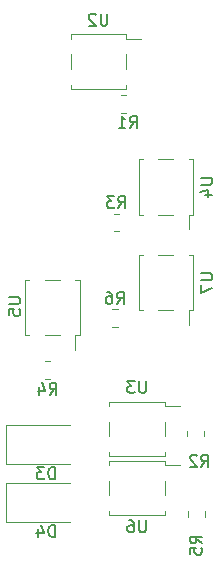
<source format=gbr>
%TF.GenerationSoftware,KiCad,Pcbnew,6.0.5*%
%TF.CreationDate,2022-05-23T21:48:15-04:00*%
%TF.ProjectId,BMS,424d532e-6b69-4636-9164-5f7063625858,rev?*%
%TF.SameCoordinates,Original*%
%TF.FileFunction,Legend,Bot*%
%TF.FilePolarity,Positive*%
%FSLAX46Y46*%
G04 Gerber Fmt 4.6, Leading zero omitted, Abs format (unit mm)*
G04 Created by KiCad (PCBNEW 6.0.5) date 2022-05-23 21:48:15*
%MOMM*%
%LPD*%
G01*
G04 APERTURE LIST*
%ADD10C,0.150000*%
%ADD11C,0.120000*%
G04 APERTURE END LIST*
D10*
%TO.C,U5*%
X3002380Y-31538095D02*
X3811904Y-31538095D01*
X3907142Y-31585714D01*
X3954761Y-31633333D01*
X4002380Y-31728571D01*
X4002380Y-31919047D01*
X3954761Y-32014285D01*
X3907142Y-32061904D01*
X3811904Y-32109523D01*
X3002380Y-32109523D01*
X3002380Y-33061904D02*
X3002380Y-32585714D01*
X3478571Y-32538095D01*
X3430952Y-32585714D01*
X3383333Y-32680952D01*
X3383333Y-32919047D01*
X3430952Y-33014285D01*
X3478571Y-33061904D01*
X3573809Y-33109523D01*
X3811904Y-33109523D01*
X3907142Y-33061904D01*
X3954761Y-33014285D01*
X4002380Y-32919047D01*
X4002380Y-32680952D01*
X3954761Y-32585714D01*
X3907142Y-32538095D01*
%TO.C,D4*%
X6908095Y-51852380D02*
X6908095Y-50852380D01*
X6670000Y-50852380D01*
X6527142Y-50900000D01*
X6431904Y-50995238D01*
X6384285Y-51090476D01*
X6336666Y-51280952D01*
X6336666Y-51423809D01*
X6384285Y-51614285D01*
X6431904Y-51709523D01*
X6527142Y-51804761D01*
X6670000Y-51852380D01*
X6908095Y-51852380D01*
X5479523Y-51185714D02*
X5479523Y-51852380D01*
X5717619Y-50804761D02*
X5955714Y-51519047D01*
X5336666Y-51519047D01*
%TO.C,D3*%
X6908095Y-46952380D02*
X6908095Y-45952380D01*
X6670000Y-45952380D01*
X6527142Y-46000000D01*
X6431904Y-46095238D01*
X6384285Y-46190476D01*
X6336666Y-46380952D01*
X6336666Y-46523809D01*
X6384285Y-46714285D01*
X6431904Y-46809523D01*
X6527142Y-46904761D01*
X6670000Y-46952380D01*
X6908095Y-46952380D01*
X6003333Y-45952380D02*
X5384285Y-45952380D01*
X5717619Y-46333333D01*
X5574761Y-46333333D01*
X5479523Y-46380952D01*
X5431904Y-46428571D01*
X5384285Y-46523809D01*
X5384285Y-46761904D01*
X5431904Y-46857142D01*
X5479523Y-46904761D01*
X5574761Y-46952380D01*
X5860476Y-46952380D01*
X5955714Y-46904761D01*
X6003333Y-46857142D01*
%TO.C,U2*%
X11361904Y-7552380D02*
X11361904Y-8361904D01*
X11314285Y-8457142D01*
X11266666Y-8504761D01*
X11171428Y-8552380D01*
X10980952Y-8552380D01*
X10885714Y-8504761D01*
X10838095Y-8457142D01*
X10790476Y-8361904D01*
X10790476Y-7552380D01*
X10361904Y-7647619D02*
X10314285Y-7600000D01*
X10219047Y-7552380D01*
X9980952Y-7552380D01*
X9885714Y-7600000D01*
X9838095Y-7647619D01*
X9790476Y-7742857D01*
X9790476Y-7838095D01*
X9838095Y-7980952D01*
X10409523Y-8552380D01*
X9790476Y-8552380D01*
%TO.C,R6*%
X12166666Y-32102380D02*
X12500000Y-31626190D01*
X12738095Y-32102380D02*
X12738095Y-31102380D01*
X12357142Y-31102380D01*
X12261904Y-31150000D01*
X12214285Y-31197619D01*
X12166666Y-31292857D01*
X12166666Y-31435714D01*
X12214285Y-31530952D01*
X12261904Y-31578571D01*
X12357142Y-31626190D01*
X12738095Y-31626190D01*
X11309523Y-31102380D02*
X11500000Y-31102380D01*
X11595238Y-31150000D01*
X11642857Y-31197619D01*
X11738095Y-31340476D01*
X11785714Y-31530952D01*
X11785714Y-31911904D01*
X11738095Y-32007142D01*
X11690476Y-32054761D01*
X11595238Y-32102380D01*
X11404761Y-32102380D01*
X11309523Y-32054761D01*
X11261904Y-32007142D01*
X11214285Y-31911904D01*
X11214285Y-31673809D01*
X11261904Y-31578571D01*
X11309523Y-31530952D01*
X11404761Y-31483333D01*
X11595238Y-31483333D01*
X11690476Y-31530952D01*
X11738095Y-31578571D01*
X11785714Y-31673809D01*
%TO.C,U3*%
X14631904Y-38652380D02*
X14631904Y-39461904D01*
X14584285Y-39557142D01*
X14536666Y-39604761D01*
X14441428Y-39652380D01*
X14250952Y-39652380D01*
X14155714Y-39604761D01*
X14108095Y-39557142D01*
X14060476Y-39461904D01*
X14060476Y-38652380D01*
X13679523Y-38652380D02*
X13060476Y-38652380D01*
X13393809Y-39033333D01*
X13250952Y-39033333D01*
X13155714Y-39080952D01*
X13108095Y-39128571D01*
X13060476Y-39223809D01*
X13060476Y-39461904D01*
X13108095Y-39557142D01*
X13155714Y-39604761D01*
X13250952Y-39652380D01*
X13536666Y-39652380D01*
X13631904Y-39604761D01*
X13679523Y-39557142D01*
%TO.C,R5*%
X19352380Y-52383333D02*
X18876190Y-52050000D01*
X19352380Y-51811904D02*
X18352380Y-51811904D01*
X18352380Y-52192857D01*
X18400000Y-52288095D01*
X18447619Y-52335714D01*
X18542857Y-52383333D01*
X18685714Y-52383333D01*
X18780952Y-52335714D01*
X18828571Y-52288095D01*
X18876190Y-52192857D01*
X18876190Y-51811904D01*
X18352380Y-53288095D02*
X18352380Y-52811904D01*
X18828571Y-52764285D01*
X18780952Y-52811904D01*
X18733333Y-52907142D01*
X18733333Y-53145238D01*
X18780952Y-53240476D01*
X18828571Y-53288095D01*
X18923809Y-53335714D01*
X19161904Y-53335714D01*
X19257142Y-53288095D01*
X19304761Y-53240476D01*
X19352380Y-53145238D01*
X19352380Y-52907142D01*
X19304761Y-52811904D01*
X19257142Y-52764285D01*
%TO.C,R3*%
X12279166Y-24002380D02*
X12612500Y-23526190D01*
X12850595Y-24002380D02*
X12850595Y-23002380D01*
X12469642Y-23002380D01*
X12374404Y-23050000D01*
X12326785Y-23097619D01*
X12279166Y-23192857D01*
X12279166Y-23335714D01*
X12326785Y-23430952D01*
X12374404Y-23478571D01*
X12469642Y-23526190D01*
X12850595Y-23526190D01*
X11945833Y-23002380D02*
X11326785Y-23002380D01*
X11660119Y-23383333D01*
X11517261Y-23383333D01*
X11422023Y-23430952D01*
X11374404Y-23478571D01*
X11326785Y-23573809D01*
X11326785Y-23811904D01*
X11374404Y-23907142D01*
X11422023Y-23954761D01*
X11517261Y-24002380D01*
X11802976Y-24002380D01*
X11898214Y-23954761D01*
X11945833Y-23907142D01*
%TO.C,U4*%
X19252380Y-21438095D02*
X20061904Y-21438095D01*
X20157142Y-21485714D01*
X20204761Y-21533333D01*
X20252380Y-21628571D01*
X20252380Y-21819047D01*
X20204761Y-21914285D01*
X20157142Y-21961904D01*
X20061904Y-22009523D01*
X19252380Y-22009523D01*
X19585714Y-22914285D02*
X20252380Y-22914285D01*
X19204761Y-22676190D02*
X19919047Y-22438095D01*
X19919047Y-23057142D01*
%TO.C,U7*%
X19252380Y-29538095D02*
X20061904Y-29538095D01*
X20157142Y-29585714D01*
X20204761Y-29633333D01*
X20252380Y-29728571D01*
X20252380Y-29919047D01*
X20204761Y-30014285D01*
X20157142Y-30061904D01*
X20061904Y-30109523D01*
X19252380Y-30109523D01*
X19252380Y-30490476D02*
X19252380Y-31157142D01*
X20252380Y-30728571D01*
%TO.C,R4*%
X6466666Y-39802380D02*
X6800000Y-39326190D01*
X7038095Y-39802380D02*
X7038095Y-38802380D01*
X6657142Y-38802380D01*
X6561904Y-38850000D01*
X6514285Y-38897619D01*
X6466666Y-38992857D01*
X6466666Y-39135714D01*
X6514285Y-39230952D01*
X6561904Y-39278571D01*
X6657142Y-39326190D01*
X7038095Y-39326190D01*
X5609523Y-39135714D02*
X5609523Y-39802380D01*
X5847619Y-38754761D02*
X6085714Y-39469047D01*
X5466666Y-39469047D01*
%TO.C,R1*%
X13266666Y-17202380D02*
X13600000Y-16726190D01*
X13838095Y-17202380D02*
X13838095Y-16202380D01*
X13457142Y-16202380D01*
X13361904Y-16250000D01*
X13314285Y-16297619D01*
X13266666Y-16392857D01*
X13266666Y-16535714D01*
X13314285Y-16630952D01*
X13361904Y-16678571D01*
X13457142Y-16726190D01*
X13838095Y-16726190D01*
X12314285Y-17202380D02*
X12885714Y-17202380D01*
X12600000Y-17202380D02*
X12600000Y-16202380D01*
X12695238Y-16345238D01*
X12790476Y-16440476D01*
X12885714Y-16488095D01*
%TO.C,R2*%
X19316666Y-45902380D02*
X19650000Y-45426190D01*
X19888095Y-45902380D02*
X19888095Y-44902380D01*
X19507142Y-44902380D01*
X19411904Y-44950000D01*
X19364285Y-44997619D01*
X19316666Y-45092857D01*
X19316666Y-45235714D01*
X19364285Y-45330952D01*
X19411904Y-45378571D01*
X19507142Y-45426190D01*
X19888095Y-45426190D01*
X18935714Y-44997619D02*
X18888095Y-44950000D01*
X18792857Y-44902380D01*
X18554761Y-44902380D01*
X18459523Y-44950000D01*
X18411904Y-44997619D01*
X18364285Y-45092857D01*
X18364285Y-45188095D01*
X18411904Y-45330952D01*
X18983333Y-45902380D01*
X18364285Y-45902380D01*
%TO.C,U6*%
X14631904Y-50452380D02*
X14631904Y-51261904D01*
X14584285Y-51357142D01*
X14536666Y-51404761D01*
X14441428Y-51452380D01*
X14250952Y-51452380D01*
X14155714Y-51404761D01*
X14108095Y-51357142D01*
X14060476Y-51261904D01*
X14060476Y-50452380D01*
X13155714Y-50452380D02*
X13346190Y-50452380D01*
X13441428Y-50500000D01*
X13489047Y-50547619D01*
X13584285Y-50690476D01*
X13631904Y-50880952D01*
X13631904Y-51261904D01*
X13584285Y-51357142D01*
X13536666Y-51404761D01*
X13441428Y-51452380D01*
X13250952Y-51452380D01*
X13155714Y-51404761D01*
X13108095Y-51357142D01*
X13060476Y-51261904D01*
X13060476Y-51023809D01*
X13108095Y-50928571D01*
X13155714Y-50880952D01*
X13250952Y-50833333D01*
X13441428Y-50833333D01*
X13536666Y-50880952D01*
X13584285Y-50928571D01*
X13631904Y-51023809D01*
D11*
%TO.C,U5*%
X9000000Y-34750000D02*
X9000000Y-30050000D01*
X8650000Y-34750000D02*
X8650000Y-36000000D01*
X6080000Y-34750000D02*
X7320000Y-34750000D01*
X4400000Y-30050000D02*
X4750000Y-30050000D01*
X6080000Y-30050000D02*
X7320000Y-30050000D01*
X4400000Y-34750000D02*
X4400000Y-30050000D01*
X9000000Y-30050000D02*
X8650000Y-30050000D01*
X4750000Y-34750000D02*
X4400000Y-34750000D01*
X8650000Y-34750000D02*
X9000000Y-34750000D01*
%TO.C,D4*%
X2770000Y-50550000D02*
X8170000Y-50550000D01*
X2770000Y-47250000D02*
X8170000Y-47250000D01*
X2770000Y-50550000D02*
X2770000Y-47250000D01*
%TO.C,D3*%
X2770000Y-45650000D02*
X8170000Y-45650000D01*
X2770000Y-42350000D02*
X8170000Y-42350000D01*
X2770000Y-45650000D02*
X2770000Y-42350000D01*
%TO.C,U2*%
X12950000Y-9650000D02*
X12950000Y-9300000D01*
X12950000Y-9300000D02*
X8250000Y-9300000D01*
X8250000Y-13900000D02*
X8250000Y-13550000D01*
X8250000Y-9300000D02*
X8250000Y-9650000D01*
X12950000Y-13900000D02*
X8250000Y-13900000D01*
X12950000Y-13550000D02*
X12950000Y-13900000D01*
X8250000Y-12220000D02*
X8250000Y-10980000D01*
X12950000Y-12220000D02*
X12950000Y-10980000D01*
X12950000Y-9650000D02*
X14200000Y-9650000D01*
%TO.C,R6*%
X12227064Y-34035000D02*
X11772936Y-34035000D01*
X12227064Y-32565000D02*
X11772936Y-32565000D01*
%TO.C,U3*%
X11520000Y-43320000D02*
X11520000Y-42080000D01*
X16220000Y-40400000D02*
X11520000Y-40400000D01*
X16220000Y-43320000D02*
X16220000Y-42080000D01*
X16220000Y-40750000D02*
X17470000Y-40750000D01*
X16220000Y-40750000D02*
X16220000Y-40400000D01*
X11520000Y-45000000D02*
X11520000Y-44650000D01*
X16220000Y-44650000D02*
X16220000Y-45000000D01*
X11520000Y-40400000D02*
X11520000Y-40750000D01*
X16220000Y-45000000D02*
X11520000Y-45000000D01*
%TO.C,R5*%
X19635000Y-49672936D02*
X19635000Y-50127064D01*
X18165000Y-49672936D02*
X18165000Y-50127064D01*
%TO.C,R3*%
X12339564Y-24465000D02*
X11885436Y-24465000D01*
X12339564Y-25935000D02*
X11885436Y-25935000D01*
%TO.C,U4*%
X14000000Y-19850000D02*
X14350000Y-19850000D01*
X18600000Y-19850000D02*
X18250000Y-19850000D01*
X18250000Y-24550000D02*
X18600000Y-24550000D01*
X14000000Y-24550000D02*
X14000000Y-19850000D01*
X14350000Y-24550000D02*
X14000000Y-24550000D01*
X18250000Y-24550000D02*
X18250000Y-25800000D01*
X18600000Y-24550000D02*
X18600000Y-19850000D01*
X15680000Y-19850000D02*
X16920000Y-19850000D01*
X15680000Y-24550000D02*
X16920000Y-24550000D01*
%TO.C,U7*%
X14000000Y-32650000D02*
X14000000Y-27950000D01*
X18250000Y-32650000D02*
X18600000Y-32650000D01*
X18600000Y-27950000D02*
X18250000Y-27950000D01*
X14000000Y-27950000D02*
X14350000Y-27950000D01*
X18250000Y-32650000D02*
X18250000Y-33900000D01*
X14350000Y-32650000D02*
X14000000Y-32650000D01*
X18600000Y-32650000D02*
X18600000Y-27950000D01*
X15680000Y-27950000D02*
X16920000Y-27950000D01*
X15680000Y-32650000D02*
X16920000Y-32650000D01*
%TO.C,R4*%
X6072936Y-36965000D02*
X6527064Y-36965000D01*
X6072936Y-38435000D02*
X6527064Y-38435000D01*
%TO.C,R1*%
X12927064Y-15935000D02*
X12472936Y-15935000D01*
X12927064Y-14465000D02*
X12472936Y-14465000D01*
%TO.C,R2*%
X19535000Y-43327064D02*
X19535000Y-42872936D01*
X18065000Y-43327064D02*
X18065000Y-42872936D01*
%TO.C,U6*%
X16220000Y-45750000D02*
X17470000Y-45750000D01*
X11520000Y-45400000D02*
X11520000Y-45750000D01*
X11520000Y-50000000D02*
X11520000Y-49650000D01*
X16220000Y-45750000D02*
X16220000Y-45400000D01*
X11520000Y-48320000D02*
X11520000Y-47080000D01*
X16220000Y-48320000D02*
X16220000Y-47080000D01*
X16220000Y-45400000D02*
X11520000Y-45400000D01*
X16220000Y-49650000D02*
X16220000Y-50000000D01*
X16220000Y-50000000D02*
X11520000Y-50000000D01*
%TD*%
M02*

</source>
